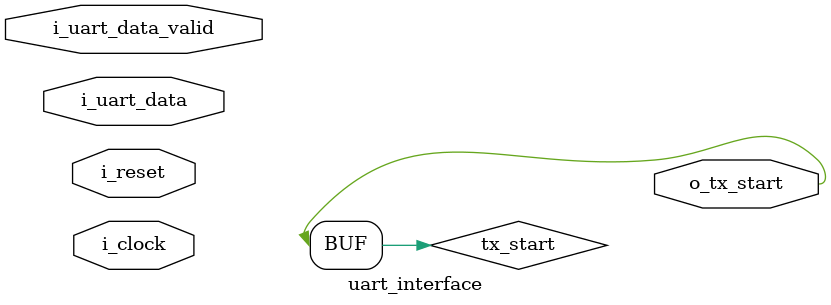
<source format=v>
`timescale 1ns/100ps

module uart_interface
#(
    parameter                           NB_DATA         = 8,
    parameter                           NB_OPCODE       = 6,
    parameter                           N_INPUTS        = 3
)
(
    input wire                          i_clock,
    input wire                          i_reset,
    input wire  [NB_DATA-1 : 0]         i_uart_data,
    input wire                          i_uart_data_valid,

    output wire                         o_tx_start

    );
  

    localparam                          NB_STATES               = 3;
    localparam  [NB_STATES-1 : 0]       SAVE_FIRST_OPERATOR     = 3'b001;
    localparam  [NB_STATES-1 : 0]       SAVE_SECOND_OPERATOR    = 3'b010;
    localparam  [NB_STATES-1 : 0]       SAVE_OPCODE             = 3'b100;

    reg         [NB_STATES-1 : 0]       state_alu_fsm;
    reg         [NB_STATES-1 : 0]       state_alu_fsm_next;

    reg                                 tx_start;
    reg                                 tx_start_next;

    reg         [NB_DATA-1 : 0]         uart_rx_data;

//Interface to ALU
    assign                              o_dbg_uart              = state_alu_fsm;
    assign                              o_tx_start              = tx_start;         

    always @(posedge i_clock)
    begin
        
        if(i_reset)
        begin
            state_alu_fsm   <=  SAVE_FIRST_OPERATOR;
        end
        else
        begin
            state_alu_fsm   <=  state_alu_fsm_next;
        end
    
    end    

endmodule


</source>
